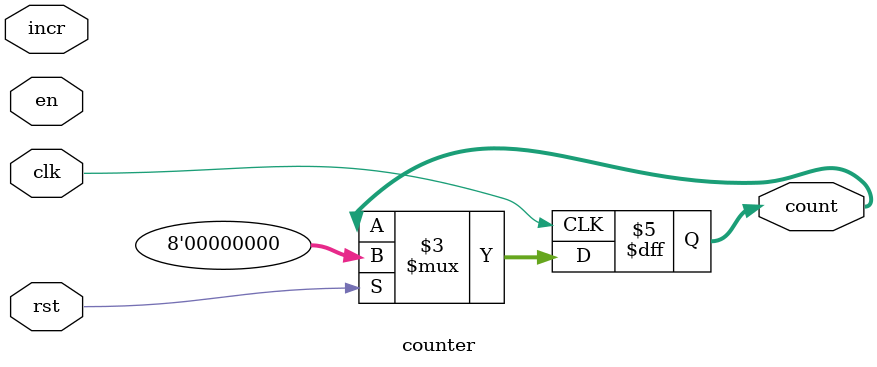
<source format=sv>
module counter #(
    parameter WIDTH=8
)(
    //interface signals
    input logic clk,
    input logic rst,
    input logic en,
    input logic [WIDTH-1:0] incr,
    output logic [WIDTH-1:0] count
);

always_ff@(posedge clk)
    if (rst) count <= {WIDTH{1'b0}};
    //else if (en) count <= count+incr;
    else count<=count;
endmodule

</source>
